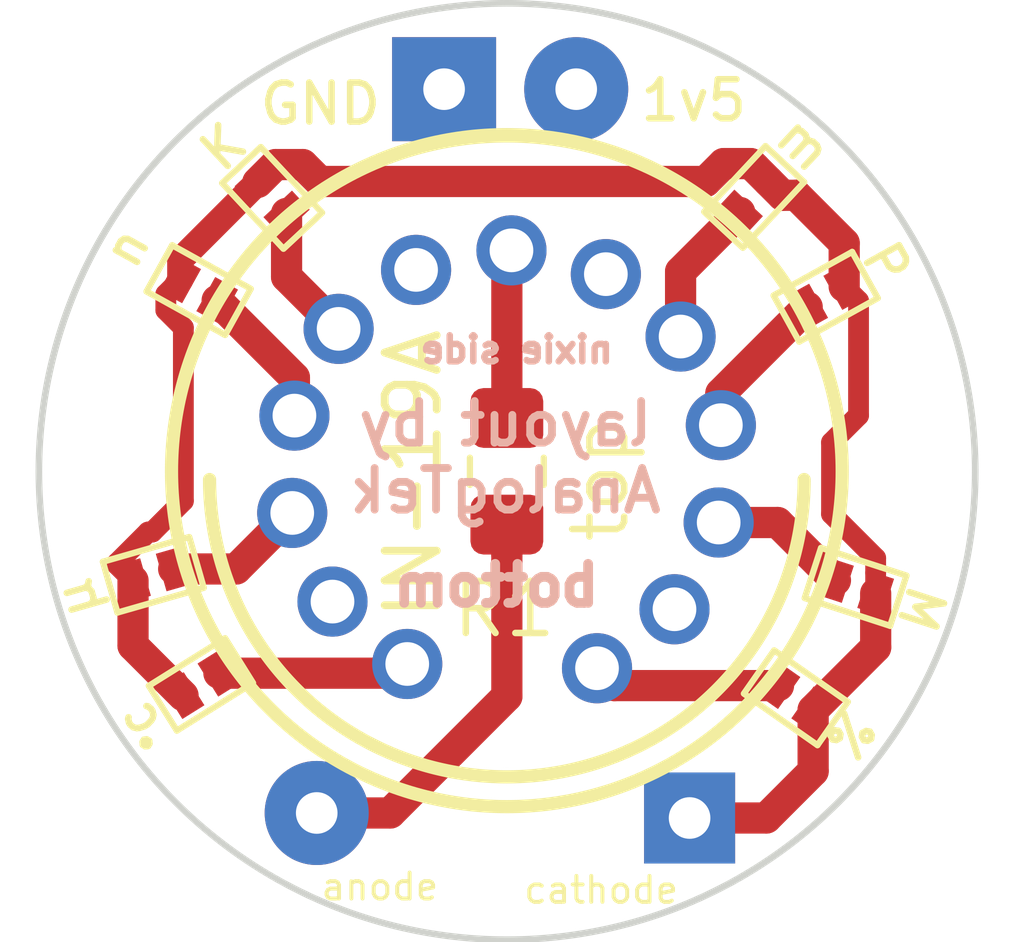
<source format=kicad_pcb>
(kicad_pcb (version 20171130) (host pcbnew "(5.1.5)-2")

  (general
    (thickness 1.6)
    (drawings 6)
    (tracks 60)
    (zones 0)
    (modules 16)
    (nets 14)
  )

  (page A4)
  (layers
    (0 F.Cu signal)
    (31 B.Cu signal hide)
    (32 B.Adhes user hide)
    (33 F.Adhes user)
    (34 B.Paste user hide)
    (35 F.Paste user)
    (36 B.SilkS user)
    (37 F.SilkS user)
    (38 B.Mask user)
    (39 F.Mask user)
    (40 Dwgs.User user hide)
    (41 Cmts.User user hide)
    (42 Eco1.User user hide)
    (43 Eco2.User user)
    (44 Edge.Cuts user)
    (45 Margin user)
    (46 B.CrtYd user)
    (47 F.CrtYd user)
    (48 B.Fab user)
    (49 F.Fab user hide)
  )

  (setup
    (last_trace_width 0.5)
    (user_trace_width 0.4)
    (user_trace_width 0.5)
    (user_trace_width 0.6)
    (trace_clearance 0.2)
    (zone_clearance 0.508)
    (zone_45_only no)
    (trace_min 0.2)
    (via_size 0.8)
    (via_drill 0.4)
    (via_min_size 0.4)
    (via_min_drill 0.3)
    (uvia_size 0.3)
    (uvia_drill 0.1)
    (uvias_allowed no)
    (uvia_min_size 0.2)
    (uvia_min_drill 0.1)
    (edge_width 0.05)
    (segment_width 0.2)
    (pcb_text_width 0.3)
    (pcb_text_size 1.5 1.5)
    (mod_edge_width 0.12)
    (mod_text_size 1 1)
    (mod_text_width 0.15)
    (pad_size 1.5 1.5)
    (pad_drill 1.5)
    (pad_to_mask_clearance 0.051)
    (solder_mask_min_width 0.25)
    (aux_axis_origin 0 0)
    (grid_origin 99.71786 112.34166)
    (visible_elements 7FFFFFFF)
    (pcbplotparams
      (layerselection 0x010fc_ffffffff)
      (usegerberextensions false)
      (usegerberattributes false)
      (usegerberadvancedattributes false)
      (creategerberjobfile false)
      (excludeedgelayer true)
      (linewidth 0.100000)
      (plotframeref false)
      (viasonmask false)
      (mode 1)
      (useauxorigin false)
      (hpglpennumber 1)
      (hpglpenspeed 20)
      (hpglpendiameter 15.000000)
      (psnegative false)
      (psa4output false)
      (plotreference true)
      (plotvalue true)
      (plotinvisibletext false)
      (padsonsilk false)
      (subtractmaskfromsilk false)
      (outputformat 1)
      (mirror false)
      (drillshape 1)
      (scaleselection 1)
      (outputdirectory ""))
  )

  (net 0 "")
  (net 1 "Net-(J1-Pad1)")
  (net 2 "Net-(N1-Pad8)")
  (net 3 "Net-(N1-Pad14)")
  (net 4 "Net-(N1-Pad12)")
  (net 5 "Net-(N1-Pad11)")
  (net 6 "Net-(N1-Pad10)")
  (net 7 "Net-(N1-Pad6)")
  (net 8 "Net-(N1-Pad5)")
  (net 9 "Net-(N1-Pad4)")
  (net 10 "Net-(N1-Pad2)")
  (net 11 "Net-(J2-Pad1)")
  (net 12 "Net-(J3-Pad1)")
  (net 13 "Net-(J4-Pad1)")

  (net_class Default "This is the default net class."
    (clearance 0.2)
    (trace_width 0.25)
    (via_dia 0.8)
    (via_drill 0.4)
    (uvia_dia 0.3)
    (uvia_drill 0.1)
    (add_net "Net-(J1-Pad1)")
    (add_net "Net-(J2-Pad1)")
    (add_net "Net-(J3-Pad1)")
    (add_net "Net-(J4-Pad1)")
    (add_net "Net-(N1-Pad10)")
    (add_net "Net-(N1-Pad11)")
    (add_net "Net-(N1-Pad12)")
    (add_net "Net-(N1-Pad14)")
    (add_net "Net-(N1-Pad2)")
    (add_net "Net-(N1-Pad4)")
    (add_net "Net-(N1-Pad5)")
    (add_net "Net-(N1-Pad6)")
    (add_net "Net-(N1-Pad8)")
  )

  (module MountingHole:MountingHole_2.1mm (layer F.Cu) (tedit 5FB0728C) (tstamp 5FB0D799)
    (at 75.3872 110.51286)
    (descr "Mounting Hole 2.1mm, no annular")
    (tags "mounting hole 2.1mm no annular")
    (attr virtual)
    (fp_text reference REF** (at 0.17526 -1.37414) (layer F.SilkS) hide
      (effects (font (size 0.25 0.25) (thickness 0.0625)))
    )
    (fp_text value MountingHole_2.1mm (at 0 3.2) (layer F.Fab)
      (effects (font (size 1 1) (thickness 0.15)))
    )
    (fp_text user %R (at 0.3 0) (layer F.Fab)
      (effects (font (size 1 1) (thickness 0.15)))
    )
    (fp_circle (center 0 0) (end 2.1 0) (layer Cmts.User) (width 0.15))
    (fp_circle (center 0 0) (end 2.35 0) (layer F.CrtYd) (width 0.05))
    (pad "" np_thru_hole circle (at 0 0) (size 1.5 1.5) (drill 1.5) (layers *.Cu *.Mask))
  )

  (module MountingHole:MountingHole_2.1mm (layer F.Cu) (tedit 5FB0728C) (tstamp 5FB0D902)
    (at 60.62726 110.53318)
    (descr "Mounting Hole 2.1mm, no annular")
    (tags "mounting hole 2.1mm no annular")
    (attr virtual)
    (fp_text reference REF** (at -0.01778 -1.2573) (layer F.SilkS) hide
      (effects (font (size 0.25 0.25) (thickness 0.0625)))
    )
    (fp_text value MountingHole_2.1mm (at 0 3.2) (layer F.Fab)
      (effects (font (size 1 1) (thickness 0.15)))
    )
    (fp_circle (center 0 0) (end 2.35 0) (layer F.CrtYd) (width 0.05))
    (fp_circle (center 0 0) (end 2.1 0) (layer Cmts.User) (width 0.15))
    (fp_text user %R (at 0.3 0) (layer F.Fab)
      (effects (font (size 1 1) (thickness 0.15)))
    )
    (pad "" np_thru_hole circle (at 0 0) (size 1.5 1.5) (drill 1.5) (layers *.Cu *.Mask))
  )

  (module "USB Micro numitronWatch:SolderJumper-2-NixieNecklace" (layer F.Cu) (tedit 5FB062B3) (tstamp 5FB08B44)
    (at 63.3095 105.11028 133)
    (descr "SMD Solder Jumper, 1x1.5mm Pads, 0.3mm gap, open")
    (tags "solder jumper open")
    (attr virtual)
    (fp_text reference K (at 1.121562 0.004416 223) (layer F.SilkS)
      (effects (font (size 0.7 0.7) (thickness 0.125)))
    )
    (fp_text value "SolderJumper-2 nixieNecklace" (at 0 1.9 133) (layer F.Fab)
      (effects (font (size 1 1) (thickness 0.15)))
    )
    (fp_line (start -1.2954 0.762) (end 0.8382 0.762) (layer F.CrtYd) (width 0.05))
    (fp_line (start 0.8382 -0.6858) (end 0.8382 0.762) (layer F.CrtYd) (width 0.05))
    (fp_line (start 0.635 0.5334) (end 0.635 -0.4826) (layer F.SilkS) (width 0.12))
    (fp_line (start 0.635 -0.4826) (end -1.0728 -0.4826) (layer F.SilkS) (width 0.12))
    (fp_line (start -1.0922 0.5334) (end -1.0922 -0.4826) (layer F.SilkS) (width 0.12))
    (fp_line (start 0.635 0.5334) (end -1.0668 0.5334) (layer F.SilkS) (width 0.12))
    (fp_line (start -1.2954 -0.6858) (end 0.8382 -0.6858) (layer F.CrtYd) (width 0.05))
    (fp_line (start -1.2954 -0.6858) (end -1.2954 0.762) (layer F.CrtYd) (width 0.05))
    (pad 2 smd rect (at 0.1778 0.0254 133) (size 0.5 0.75) (layers F.Cu F.Mask)
      (net 11 "Net-(J2-Pad1)"))
    (pad 1 smd rect (at -0.635 0.0254 133) (size 0.5 0.75) (layers F.Cu F.Mask)
      (net 6 "Net-(N1-Pad10)"))
  )

  (module "USB Micro numitronWatch:SolderJumper-2-NixieNecklace" (layer F.Cu) (tedit 5FB062B3) (tstamp 5FB0D4CC)
    (at 61.93536 114.75466 212)
    (descr "SMD Solder Jumper, 1x1.5mm Pads, 0.3mm gap, open")
    (tags "solder jumper open")
    (attr virtual)
    (fp_text reference °C (at 1.058639 -0.117219 122 unlocked) (layer F.SilkS)
      (effects (font (size 0.5 0.5) (thickness 0.125)))
    )
    (fp_text value "SolderJumper-2 nixieNecklace" (at 0.000001 1.9 32) (layer F.Fab)
      (effects (font (size 1 1) (thickness 0.15)))
    )
    (fp_line (start -1.2954 0.762) (end 0.8382 0.762) (layer F.CrtYd) (width 0.05))
    (fp_line (start 0.8382 -0.6858) (end 0.8382 0.762) (layer F.CrtYd) (width 0.05))
    (fp_line (start 0.635 0.5334) (end 0.635 -0.4826) (layer F.SilkS) (width 0.12))
    (fp_line (start 0.635 -0.4826) (end -1.0728 -0.4826) (layer F.SilkS) (width 0.12))
    (fp_line (start -1.0922 0.5334) (end -1.0922 -0.4826) (layer F.SilkS) (width 0.12))
    (fp_line (start 0.635 0.5334) (end -1.0668 0.5334) (layer F.SilkS) (width 0.12))
    (fp_line (start -1.2954 -0.6858) (end 0.8382 -0.6858) (layer F.CrtYd) (width 0.05))
    (fp_line (start -1.2954 -0.6858) (end -1.2954 0.762) (layer F.CrtYd) (width 0.05))
    (pad 2 smd rect (at 0.1778 0.0254 212) (size 0.5 0.75) (layers F.Cu F.Mask)
      (net 11 "Net-(J2-Pad1)"))
    (pad 1 smd rect (at -0.635 0.0254 212) (size 0.5 0.75) (layers F.Cu F.Mask)
      (net 3 "Net-(N1-Pad14)"))
  )

  (module "USB Micro numitronWatch:SolderJumper-2-NixieNecklace" (layer F.Cu) (tedit 5FB062B3) (tstamp 5FB09054)
    (at 60.987495 112.592348 196)
    (descr "SMD Solder Jumper, 1x1.5mm Pads, 0.3mm gap, open")
    (tags "solder jumper open")
    (attr virtual)
    (fp_text reference μ (at 1.317332 0.015844 106 unlocked) (layer F.SilkS)
      (effects (font (size 0.7 0.7) (thickness 0.125)))
    )
    (fp_text value "SolderJumper-2 nixieNecklace" (at 0 1.9 16) (layer F.Fab)
      (effects (font (size 1 1) (thickness 0.15)))
    )
    (fp_line (start -1.2954 0.762) (end 0.8382 0.762) (layer F.CrtYd) (width 0.05))
    (fp_line (start 0.8382 -0.6858) (end 0.8382 0.762) (layer F.CrtYd) (width 0.05))
    (fp_line (start 0.635 0.5334) (end 0.635 -0.4826) (layer F.SilkS) (width 0.12))
    (fp_line (start 0.635 -0.4826) (end -1.0728 -0.4826) (layer F.SilkS) (width 0.12))
    (fp_line (start -1.0922 0.5334) (end -1.0922 -0.4826) (layer F.SilkS) (width 0.12))
    (fp_line (start 0.635 0.5334) (end -1.0668 0.5334) (layer F.SilkS) (width 0.12))
    (fp_line (start -1.2954 -0.6858) (end 0.8382 -0.6858) (layer F.CrtYd) (width 0.05))
    (fp_line (start -1.2954 -0.6858) (end -1.2954 0.762) (layer F.CrtYd) (width 0.05))
    (pad 2 smd rect (at 0.1778 0.0254 196) (size 0.5 0.75) (layers F.Cu F.Mask)
      (net 11 "Net-(J2-Pad1)"))
    (pad 1 smd rect (at -0.635 0.0254 196) (size 0.5 0.75) (layers F.Cu F.Mask)
      (net 4 "Net-(N1-Pad12)"))
  )

  (module "USB Micro numitronWatch:SolderJumper-2-NixieNecklace" (layer F.Cu) (tedit 5FB062B3) (tstamp 5FB0903A)
    (at 61.85916 106.94416 151)
    (descr "SMD Solder Jumper, 1x1.5mm Pads, 0.3mm gap, open")
    (tags "solder jumper open")
    (attr virtual)
    (fp_text reference n (at 1.386912 0.076321 61) (layer F.SilkS)
      (effects (font (size 0.7 0.7) (thickness 0.125)))
    )
    (fp_text value "SolderJumper-2 nixieNecklace" (at 0 1.9 151) (layer F.Fab)
      (effects (font (size 1 1) (thickness 0.15)))
    )
    (fp_line (start -1.2954 0.762) (end 0.8382 0.762) (layer F.CrtYd) (width 0.05))
    (fp_line (start 0.8382 -0.6858) (end 0.8382 0.762) (layer F.CrtYd) (width 0.05))
    (fp_line (start 0.635 0.5334) (end 0.635 -0.4826) (layer F.SilkS) (width 0.12))
    (fp_line (start 0.635 -0.4826) (end -1.0728 -0.4826) (layer F.SilkS) (width 0.12))
    (fp_line (start -1.0922 0.5334) (end -1.0922 -0.4826) (layer F.SilkS) (width 0.12))
    (fp_line (start 0.635 0.5334) (end -1.0668 0.5334) (layer F.SilkS) (width 0.12))
    (fp_line (start -1.2954 -0.6858) (end 0.8382 -0.6858) (layer F.CrtYd) (width 0.05))
    (fp_line (start -1.2954 -0.6858) (end -1.2954 0.762) (layer F.CrtYd) (width 0.05))
    (pad 2 smd rect (at 0.1778 0.0254 151) (size 0.5 0.75) (layers F.Cu F.Mask)
      (net 11 "Net-(J2-Pad1)"))
    (pad 1 smd rect (at -0.635 0.0254 151) (size 0.5 0.75) (layers F.Cu F.Mask)
      (net 5 "Net-(N1-Pad11)"))
  )

  (module "USB Micro numitronWatch:SolderJumper-2-NixieNecklace" (layer F.Cu) (tedit 5FB062B3) (tstamp 5FB08DD4)
    (at 72.88784 105.05694 47)
    (descr "SMD Solder Jumper, 1x1.5mm Pads, 0.3mm gap, open")
    (tags "solder jumper open")
    (attr virtual)
    (fp_text reference m (at 1.169997 0.030015 317) (layer F.SilkS)
      (effects (font (size 0.7 0.7) (thickness 0.125)))
    )
    (fp_text value "SolderJumper-2 nixieNecklace" (at 0 1.9 47) (layer F.Fab)
      (effects (font (size 1 1) (thickness 0.15)))
    )
    (fp_line (start -1.2954 0.762) (end 0.8382 0.762) (layer F.CrtYd) (width 0.05))
    (fp_line (start 0.8382 -0.6858) (end 0.8382 0.762) (layer F.CrtYd) (width 0.05))
    (fp_line (start 0.635 0.5334) (end 0.635 -0.4826) (layer F.SilkS) (width 0.12))
    (fp_line (start 0.635 -0.4826) (end -1.0728 -0.4826) (layer F.SilkS) (width 0.12))
    (fp_line (start -1.0922 0.5334) (end -1.0922 -0.4826) (layer F.SilkS) (width 0.12))
    (fp_line (start 0.635 0.5334) (end -1.0668 0.5334) (layer F.SilkS) (width 0.12))
    (fp_line (start -1.2954 -0.6858) (end 0.8382 -0.6858) (layer F.CrtYd) (width 0.05))
    (fp_line (start -1.2954 -0.6858) (end -1.2954 0.762) (layer F.CrtYd) (width 0.05))
    (pad 2 smd rect (at 0.1778 0.0254 47) (size 0.5 0.75) (layers F.Cu F.Mask)
      (net 11 "Net-(J2-Pad1)"))
    (pad 1 smd rect (at -0.635 0.0254 47) (size 0.5 0.75) (layers F.Cu F.Mask)
      (net 7 "Net-(N1-Pad6)"))
  )

  (module "USB Micro numitronWatch:SolderJumper-2-NixieNecklace" (layer F.Cu) (tedit 5FB062B3) (tstamp 5FB08D05)
    (at 74.31278 107.02798 29)
    (descr "SMD Solder Jumper, 1x1.5mm Pads, 0.3mm gap, open")
    (tags "solder jumper open")
    (attr virtual)
    (fp_text reference P (at 1.10236 0.0254 299) (layer F.SilkS)
      (effects (font (size 0.7 0.7) (thickness 0.125)))
    )
    (fp_text value "SolderJumper-2 nixieNecklace" (at 0 1.9 29) (layer F.Fab)
      (effects (font (size 1 1) (thickness 0.15)))
    )
    (fp_line (start -1.2954 0.762) (end 0.8382 0.762) (layer F.CrtYd) (width 0.05))
    (fp_line (start 0.8382 -0.6858) (end 0.8382 0.762) (layer F.CrtYd) (width 0.05))
    (fp_line (start 0.635 0.5334) (end 0.635 -0.4826) (layer F.SilkS) (width 0.12))
    (fp_line (start 0.635 -0.4826) (end -1.0728 -0.4826) (layer F.SilkS) (width 0.12))
    (fp_line (start -1.0922 0.5334) (end -1.0922 -0.4826) (layer F.SilkS) (width 0.12))
    (fp_line (start 0.635 0.5334) (end -1.0668 0.5334) (layer F.SilkS) (width 0.12))
    (fp_line (start -1.2954 -0.6858) (end 0.8382 -0.6858) (layer F.CrtYd) (width 0.05))
    (fp_line (start -1.2954 -0.6858) (end -1.2954 0.762) (layer F.CrtYd) (width 0.05))
    (pad 2 smd rect (at 0.1778 0.0254 29) (size 0.5 0.75) (layers F.Cu F.Mask)
      (net 11 "Net-(J2-Pad1)"))
    (pad 1 smd rect (at -0.635 0.0254 29) (size 0.5 0.75) (layers F.Cu F.Mask)
      (net 8 "Net-(N1-Pad5)"))
  )

  (module "USB Micro numitronWatch:SolderJumper-2-NixieNecklace" (layer F.Cu) (tedit 5FB062B3) (tstamp 5FB089CA)
    (at 74.92455 112.782969 342)
    (descr "SMD Solder Jumper, 1x1.5mm Pads, 0.3mm gap, open")
    (tags "solder jumper open")
    (attr virtual)
    (fp_text reference M (at 1.102455 0.035742 252 unlocked) (layer F.SilkS)
      (effects (font (size 0.7 0.7) (thickness 0.125)))
    )
    (fp_text value "SolderJumper-2 nixieNecklace" (at 0 1.9 162) (layer F.Fab)
      (effects (font (size 1 1) (thickness 0.15)))
    )
    (fp_line (start -1.2954 0.762) (end 0.8382 0.762) (layer F.CrtYd) (width 0.05))
    (fp_line (start 0.8382 -0.6858) (end 0.8382 0.762) (layer F.CrtYd) (width 0.05))
    (fp_line (start 0.635 0.5334) (end 0.635 -0.4826) (layer F.SilkS) (width 0.12))
    (fp_line (start 0.635 -0.4826) (end -1.0728 -0.4826) (layer F.SilkS) (width 0.12))
    (fp_line (start -1.0922 0.5334) (end -1.0922 -0.4826) (layer F.SilkS) (width 0.12))
    (fp_line (start 0.635 0.5334) (end -1.0668 0.5334) (layer F.SilkS) (width 0.12))
    (fp_line (start -1.2954 -0.6858) (end 0.8382 -0.6858) (layer F.CrtYd) (width 0.05))
    (fp_line (start -1.2954 -0.6858) (end -1.2954 0.762) (layer F.CrtYd) (width 0.05))
    (pad 2 smd rect (at 0.1778 0.0254 342) (size 0.5 0.75) (layers F.Cu F.Mask)
      (net 11 "Net-(J2-Pad1)"))
    (pad 1 smd rect (at -0.635 0.0254 342) (size 0.5 0.75) (layers F.Cu F.Mask)
      (net 9 "Net-(N1-Pad4)"))
  )

  (module "USB Micro numitronWatch:SolderJumper-2-NixieNecklace" (layer F.Cu) (tedit 5FB062B3) (tstamp 5FB08792)
    (at 73.75277 114.978695 325)
    (descr "SMD Solder Jumper, 1x1.5mm Pads, 0.3mm gap, open")
    (tags "solder jumper open")
    (attr virtual)
    (fp_text reference % (at 1.092447 0.010252 235) (layer F.SilkS)
      (effects (font (size 0.7 0.7) (thickness 0.125)))
    )
    (fp_text value "SolderJumper-2 nixieNecklace" (at 0 1.9 145) (layer F.Fab)
      (effects (font (size 1 1) (thickness 0.15)))
    )
    (fp_line (start -1.2954 0.762) (end 0.8382 0.762) (layer F.CrtYd) (width 0.05))
    (fp_line (start 0.8382 -0.6858) (end 0.8382 0.762) (layer F.CrtYd) (width 0.05))
    (fp_line (start 0.635 0.5334) (end 0.635 -0.4826) (layer F.SilkS) (width 0.12))
    (fp_line (start 0.635 -0.4826) (end -1.0728 -0.4826) (layer F.SilkS) (width 0.12))
    (fp_line (start -1.0922 0.5334) (end -1.0922 -0.4826) (layer F.SilkS) (width 0.12))
    (fp_line (start 0.635 0.5334) (end -1.0668 0.5334) (layer F.SilkS) (width 0.12))
    (fp_line (start -1.2954 -0.6858) (end 0.8382 -0.6858) (layer F.CrtYd) (width 0.05))
    (fp_line (start -1.2954 -0.6858) (end -1.2954 0.762) (layer F.CrtYd) (width 0.05))
    (pad 2 smd rect (at 0.1778 0.0254 325) (size 0.5 0.75) (layers F.Cu F.Mask)
      (net 11 "Net-(J2-Pad1)"))
    (pad 1 smd rect (at -0.635 0.0254 325) (size 0.5 0.75) (layers F.Cu F.Mask)
      (net 10 "Net-(N1-Pad2)"))
  )

  (module Connector_Wire:SolderWirePad_1x01_Drill0.8mm (layer F.Cu) (tedit 5FB02632) (tstamp 5FAFBE4C)
    (at 71.50862 117.18036)
    (descr "Wire solder connection")
    (tags connector)
    (path /5FAF8C0E)
    (attr virtual)
    (fp_text reference cathode (at -1.69926 1.3843 180) (layer F.SilkS)
      (effects (font (size 0.5 0.5) (thickness 0.075)))
    )
    (fp_text value cathode (at 0 2.54) (layer F.Fab)
      (effects (font (size 1 1) (thickness 0.15)))
    )
    (fp_line (start 1.5 1.5) (end -1.5 1.5) (layer F.CrtYd) (width 0.05))
    (fp_line (start 1.5 1.5) (end 1.5 -1.5) (layer F.CrtYd) (width 0.05))
    (fp_line (start -1.5 -1.5) (end -1.5 1.5) (layer F.CrtYd) (width 0.05))
    (fp_line (start -1.5 -1.5) (end 1.5 -1.5) (layer F.CrtYd) (width 0.05))
    (fp_text user %R (at 0 0) (layer F.Fab)
      (effects (font (size 1 1) (thickness 0.15)))
    )
    (pad 1 thru_hole rect (at 0 0) (size 1.75 1.75) (drill 0.8001) (layers *.Cu *.Mask)
      (net 11 "Net-(J2-Pad1)"))
  )

  (module Connector_Wire:SolderWirePad_1x01_Drill0.8mm (layer F.Cu) (tedit 5FB01FF2) (tstamp 5FAFB9B4)
    (at 66.7893 103.16972)
    (descr "Wire solder connection")
    (tags connector)
    (path /5FAF8467)
    (attr virtual)
    (fp_text reference GND (at -2.37744 0.28194 180) (layer F.SilkS)
      (effects (font (size 0.75 0.75) (thickness 0.125)))
    )
    (fp_text value GND (at 0 2.54) (layer F.Fab)
      (effects (font (size 1 1) (thickness 0.15)))
    )
    (fp_line (start 1.5 1.5) (end -1.5 1.5) (layer F.CrtYd) (width 0.05))
    (fp_line (start 1.5 1.5) (end 1.5 -1.5) (layer F.CrtYd) (width 0.05))
    (fp_line (start -1.5 -1.5) (end -1.5 1.5) (layer F.CrtYd) (width 0.05))
    (fp_line (start -1.5 -1.5) (end 1.5 -1.5) (layer F.CrtYd) (width 0.05))
    (fp_text user %R (at 0 0) (layer F.Fab)
      (effects (font (size 1 1) (thickness 0.15)))
    )
    (pad 1 thru_hole rect (at 0 0) (size 1.99898 1.99898) (drill 0.8001) (layers *.Cu *.Mask)
      (net 13 "Net-(J4-Pad1)"))
  )

  (module Connector_Wire:SolderWirePad_1x01_Drill0.8mm (layer F.Cu) (tedit 5FB01FF7) (tstamp 5FAFB9AA)
    (at 69.3293 103.16972)
    (descr "Wire solder connection")
    (tags connector)
    (path /5FAF86E0)
    (attr virtual)
    (fp_text reference 1v5 (at 2.25806 0.21844 180) (layer F.SilkS)
      (effects (font (size 0.75 0.75) (thickness 0.125)))
    )
    (fp_text value 1v5 (at 0 2.54) (layer F.Fab)
      (effects (font (size 1 1) (thickness 0.15)))
    )
    (fp_line (start 1.5 1.5) (end -1.5 1.5) (layer F.CrtYd) (width 0.05))
    (fp_line (start 1.5 1.5) (end 1.5 -1.5) (layer F.CrtYd) (width 0.05))
    (fp_line (start -1.5 -1.5) (end -1.5 1.5) (layer F.CrtYd) (width 0.05))
    (fp_line (start -1.5 -1.5) (end 1.5 -1.5) (layer F.CrtYd) (width 0.05))
    (fp_text user %R (at 0 0) (layer F.Fab)
      (effects (font (size 1 1) (thickness 0.15)))
    )
    (pad 1 thru_hole circle (at 0 0) (size 1.99898 1.99898) (drill 0.8001) (layers *.Cu *.Mask)
      (net 12 "Net-(J3-Pad1)"))
  )

  (module nixies-us:IN-19 (layer F.Cu) (tedit 0) (tstamp 5FB03E23)
    (at 67.9958 110.5154)
    (path /5FAF5585)
    (fp_text reference N1 (at 2.0828 0.4826 90) (layer F.SilkS) hide
      (effects (font (size 0.5 0.5) (thickness 0.1016)) (justify left bottom))
    )
    (fp_text value IN-19A (at -1.8034 0.0508 90) (layer F.SilkS)
      (effects (font (size 1 1) (thickness 0.15)))
    )
    (fp_circle (center 0 0) (end 6.4465 0) (layer F.SilkS) (width 0.254))
    (fp_circle (center -0.0058 -0.0428) (end 6.4699 -0.0428) (layer F.SilkS) (width 0.16))
    (fp_arc (start 0 0.158799) (end -5.715 0.1588) (angle -180) (layer F.SilkS) (width 0.254))
    (fp_arc (start 0 0.158799) (end -5.715 0.1588) (angle -180) (layer F.SilkS) (width 0.16))
    (pad 14 thru_hole circle (at -1.915 3.7041 333) (size 1.348 1.348) (drill 0.84) (layers *.Cu *.Mask)
      (net 3 "Net-(N1-Pad14)") (solder_mask_margin 0.1016))
    (pad 13 thru_hole circle (at -3.3517 2.5047 333) (size 1.348 1.348) (drill 0.84) (layers *.Cu *.Mask)
      (solder_mask_margin 0.1016))
    (pad 12 thru_hole circle (at -4.1256 0.8007 333) (size 1.348 1.348) (drill 0.84) (layers *.Cu *.Mask)
      (net 4 "Net-(N1-Pad12)") (solder_mask_margin 0.1016))
    (pad 11 thru_hole circle (at -4.0837 -1.0703 333) (size 1.348 1.348) (drill 0.84) (layers *.Cu *.Mask)
      (net 5 "Net-(N1-Pad11)") (solder_mask_margin 0.1016))
    (pad 10 thru_hole circle (at -3.234 -2.7379 333) (size 1.348 1.348) (drill 0.84) (layers *.Cu *.Mask)
      (net 6 "Net-(N1-Pad10)") (solder_mask_margin 0.1016))
    (pad 9 thru_hole circle (at -1.745 -3.8716 333) (size 1.348 1.348) (drill 0.84) (layers *.Cu *.Mask)
      (solder_mask_margin 0.1016))
    (pad 8 thru_hole circle (at 0.0886 -4.2471 333) (size 1.348 1.348) (drill 0.84) (layers *.Cu *.Mask)
      (net 2 "Net-(N1-Pad8)") (solder_mask_margin 0.1016))
    (pad 7 thru_hole circle (at 1.9034 -3.7897 333) (size 1.348 1.348) (drill 0.84) (layers *.Cu *.Mask)
      (solder_mask_margin 0.1016))
    (pad 6 thru_hole circle (at 3.34 -2.5904 333) (size 1.348 1.348) (drill 0.84) (layers *.Cu *.Mask)
      (net 7 "Net-(N1-Pad6)") (solder_mask_margin 0.1016))
    (pad 5 thru_hole circle (at 4.114 -0.8863 333) (size 1.348 1.348) (drill 0.84) (layers *.Cu *.Mask)
      (net 8 "Net-(N1-Pad5)") (solder_mask_margin 0.1016))
    (pad 4 thru_hole circle (at 4.0721 0.9847 333) (size 1.348 1.348) (drill 0.84) (layers *.Cu *.Mask)
      (net 9 "Net-(N1-Pad4)") (solder_mask_margin 0.1016))
    (pad 3 thru_hole circle (at 3.2224 2.6523 333) (size 1.348 1.348) (drill 0.84) (layers *.Cu *.Mask)
      (solder_mask_margin 0.1016))
    (pad 2 thru_hole circle (at 1.7333 3.786 333) (size 1.348 1.348) (drill 0.84) (layers *.Cu *.Mask)
      (net 10 "Net-(N1-Pad2)") (solder_mask_margin 0.1016))
  )

  (module Resistor_SMD:R_0805_2012Metric_Pad1.15x1.40mm_HandSolder (layer F.Cu) (tedit 5B36C52B) (tstamp 5FAFB4E3)
    (at 67.9958 110.5154 90)
    (descr "Resistor SMD 0805 (2012 Metric), square (rectangular) end terminal, IPC_7351 nominal with elongated pad for handsoldering. (Body size source: https://docs.google.com/spreadsheets/d/1BsfQQcO9C6DZCsRaXUlFlo91Tg2WpOkGARC1WS5S8t0/edit?usp=sharing), generated with kicad-footprint-generator")
    (tags "resistor handsolder")
    (path /5FAF5A89)
    (attr smd)
    (fp_text reference R1 (at -2.65176 -0.0508) (layer F.SilkS)
      (effects (font (size 1 1) (thickness 0.125)))
    )
    (fp_text value R (at 0 1.65 90) (layer F.Fab)
      (effects (font (size 1 1) (thickness 0.15)))
    )
    (fp_text user %R (at 0 0 90) (layer F.Fab)
      (effects (font (size 0.5 0.5) (thickness 0.08)))
    )
    (fp_line (start 1.85 0.95) (end -1.85 0.95) (layer F.CrtYd) (width 0.05))
    (fp_line (start 1.85 -0.95) (end 1.85 0.95) (layer F.CrtYd) (width 0.05))
    (fp_line (start -1.85 -0.95) (end 1.85 -0.95) (layer F.CrtYd) (width 0.05))
    (fp_line (start -1.85 0.95) (end -1.85 -0.95) (layer F.CrtYd) (width 0.05))
    (fp_line (start -0.261252 0.71) (end 0.261252 0.71) (layer F.SilkS) (width 0.12))
    (fp_line (start -0.261252 -0.71) (end 0.261252 -0.71) (layer F.SilkS) (width 0.12))
    (fp_line (start 1 0.6) (end -1 0.6) (layer F.Fab) (width 0.1))
    (fp_line (start 1 -0.6) (end 1 0.6) (layer F.Fab) (width 0.1))
    (fp_line (start -1 -0.6) (end 1 -0.6) (layer F.Fab) (width 0.1))
    (fp_line (start -1 0.6) (end -1 -0.6) (layer F.Fab) (width 0.1))
    (pad 2 smd roundrect (at 1.025 0 90) (size 1.15 1.4) (layers F.Cu F.Paste F.Mask) (roundrect_rratio 0.217391)
      (net 2 "Net-(N1-Pad8)"))
    (pad 1 smd roundrect (at -1.025 0 90) (size 1.15 1.4) (layers F.Cu F.Paste F.Mask) (roundrect_rratio 0.217391)
      (net 1 "Net-(J1-Pad1)"))
    (model ${KISYS3DMOD}/Resistor_SMD.3dshapes/R_0805_2012Metric.wrl
      (at (xyz 0 0 0))
      (scale (xyz 1 1 1))
      (rotate (xyz 0 0 0))
    )
  )

  (module Connector_Wire:SolderWirePad_1x01_Drill0.8mm (layer F.Cu) (tedit 5FB025FF) (tstamp 5FB09EF3)
    (at 64.34074 117.08384)
    (descr "Wire solder connection")
    (tags connector)
    (path /5FAF631B)
    (attr virtual)
    (fp_text reference anode (at 1.21412 1.41732 180) (layer F.SilkS)
      (effects (font (size 0.5 0.5) (thickness 0.075)))
    )
    (fp_text value anode (at 0 2.54) (layer F.Fab)
      (effects (font (size 1 1) (thickness 0.15)))
    )
    (fp_line (start 1.5 1.5) (end -1.5 1.5) (layer F.CrtYd) (width 0.05))
    (fp_line (start 1.5 1.5) (end 1.5 -1.5) (layer F.CrtYd) (width 0.05))
    (fp_line (start -1.5 -1.5) (end -1.5 1.5) (layer F.CrtYd) (width 0.05))
    (fp_line (start -1.5 -1.5) (end 1.5 -1.5) (layer F.CrtYd) (width 0.05))
    (fp_text user %R (at 0 0) (layer F.Fab)
      (effects (font (size 1 1) (thickness 0.15)))
    )
    (pad 1 thru_hole circle (at 0 0) (size 2 2) (drill 0.8001) (layers *.Cu *.Mask)
      (net 1 "Net-(J1-Pad1)"))
  )

  (gr_text "nixie side" (at 68.18376 108.17606) (layer B.SilkS)
    (effects (font (size 0.5 0.5) (thickness 0.125)) (justify mirror))
  )
  (gr_text bottom (at 67.79006 112.70742) (layer B.SilkS)
    (effects (font (size 0.75 0.75) (thickness 0.1875)) (justify mirror))
  )
  (gr_text top (at 69.79412 110.67288 90) (layer F.SilkS)
    (effects (font (size 1 1) (thickness 0.125)))
  )
  (gr_text "layout by\nAnalogTek" (at 67.96786 110.24616) (layer B.SilkS)
    (effects (font (size 0.8 0.8) (thickness 0.15)) (justify mirror))
  )
  (gr_circle (center 68.00342 110.52302) (end 77.00342 110.52302) (layer Edge.Cuts) (width 0.12) (tstamp 5FB086A0))
  (gr_circle (center 67.9958 110.5154) (end 76.9958 110.5154) (layer Edge.Cuts) (width 0.12) (tstamp 5FAFBDCF))

  (segment (start 67.9958 112.1154) (end 67.9958 111.5404) (width 0.6) (layer F.Cu) (net 1))
  (segment (start 65.754953 117.08384) (end 67.9958 114.842993) (width 0.6) (layer F.Cu) (net 1))
  (segment (start 67.9958 114.842993) (end 67.9958 112.1154) (width 0.6) (layer F.Cu) (net 1))
  (segment (start 64.34074 117.08384) (end 65.754953 117.08384) (width 0.6) (layer F.Cu) (net 1))
  (segment (start 67.9958 106.3569) (end 68.0844 106.2683) (width 0.6) (layer F.Cu) (net 2))
  (segment (start 67.9958 109.4904) (end 67.9958 106.3569) (width 0.6) (layer F.Cu) (net 2))
  (segment (start 65.903679 114.396621) (end 66.0808 114.2195) (width 0.6) (layer F.Cu) (net 3))
  (segment (start 62.460411 114.396621) (end 65.903679 114.396621) (width 0.6) (layer F.Cu) (net 3))
  (segment (start 62.793398 112.392902) (end 63.8702 111.3161) (width 0.6) (layer F.Cu) (net 4))
  (segment (start 61.590895 112.392902) (end 62.793398 112.392902) (width 0.6) (layer F.Cu) (net 4))
  (segment (start 62.426858 107.229799) (end 63.9121 108.715041) (width 0.6) (layer F.Cu) (net 5))
  (segment (start 63.9121 108.715041) (end 63.9121 109.4451) (width 0.6) (layer F.Cu) (net 5))
  (segment (start 63.761145 106.776845) (end 64.7618 107.7775) (width 0.6) (layer F.Cu) (net 6))
  (segment (start 63.761145 105.557367) (end 63.761145 106.776845) (width 0.6) (layer F.Cu) (net 6))
  (segment (start 71.3358 106.676219) (end 72.473347 105.538672) (width 0.6) (layer F.Cu) (net 7))
  (segment (start 71.3358 107.925) (end 71.3358 106.676219) (width 0.6) (layer F.Cu) (net 7))
  (segment (start 72.1098 109.01796) (end 73.769711 107.358049) (width 0.6) (layer F.Cu) (net 8))
  (segment (start 72.1098 109.6291) (end 72.1098 109.01796) (width 0.6) (layer F.Cu) (net 8))
  (segment (start 73.20198 111.5001) (end 74.31278 112.6109) (width 0.6) (layer F.Cu) (net 9))
  (segment (start 72.0679 111.5001) (end 73.20198 111.5001) (width 0.6) (layer F.Cu) (net 9))
  (segment (start 70.06298 114.63528) (end 73.21804 114.63528) (width 0.6) (layer F.Cu) (net 10))
  (segment (start 69.7291 114.3014) (end 70.06298 114.63528) (width 0.6) (layer F.Cu) (net 10))
  (segment (start 60.809581 113.865803) (end 61.771117 114.827339) (width 0.6) (layer F.Cu) (net 11))
  (segment (start 60.809581 112.61694) (end 60.809581 113.865803) (width 0.6) (layer F.Cu) (net 11))
  (segment (start 73.293002 105.209554) (end 73.561154 105.209554) (width 0.6) (layer F.Cu) (net 11))
  (segment (start 73.027676 104.944228) (end 73.293002 105.209554) (width 0.6) (layer F.Cu) (net 11))
  (segment (start 74.480602 106.129002) (end 74.480602 106.963996) (width 0.6) (layer F.Cu) (net 11))
  (segment (start 73.561154 105.209554) (end 74.480602 106.129002) (width 0.6) (layer F.Cu) (net 11))
  (segment (start 73.883846 115.537344) (end 73.883846 115.101483) (width 0.6) (layer F.Cu) (net 11))
  (segment (start 73.883846 116.280134) (end 73.883846 115.537344) (width 0.6) (layer F.Cu) (net 11))
  (segment (start 72.98362 117.18036) (end 73.883846 116.280134) (width 0.6) (layer F.Cu) (net 11))
  (segment (start 71.50862 117.18036) (end 72.98362 117.18036) (width 0.6) (layer F.Cu) (net 11))
  (segment (start 75.085799 113.89953) (end 75.085799 112.862069) (width 0.6) (layer F.Cu) (net 11))
  (segment (start 73.883846 115.101483) (end 75.085799 113.89953) (width 0.6) (layer F.Cu) (net 11))
  (segment (start 72.76235 104.678902) (end 73.027676 104.944228) (width 0.6) (layer F.Cu) (net 11))
  (segment (start 72.683522 104.600074) (end 72.76235 104.678902) (width 0.6) (layer F.Cu) (net 11))
  (segment (start 64.397475 104.944228) (end 71.818322 104.944228) (width 0.6) (layer F.Cu) (net 11))
  (segment (start 72.162476 104.600074) (end 72.683522 104.600074) (width 0.6) (layer F.Cu) (net 11))
  (segment (start 71.818322 104.944228) (end 72.162476 104.600074) (width 0.6) (layer F.Cu) (net 11))
  (segment (start 64.072016 104.618769) (end 64.397475 104.944228) (width 0.6) (layer F.Cu) (net 11))
  (segment (start 63.550971 104.618769) (end 64.072016 104.618769) (width 0.6) (layer F.Cu) (net 11))
  (segment (start 63.206817 104.962923) (end 63.550971 104.618769) (width 0.6) (layer F.Cu) (net 11))
  (segment (start 61.440116 107.415997) (end 61.440116 107.111597) (width 0.4) (layer F.Cu) (net 11))
  (segment (start 61.777261 107.753142) (end 61.440116 107.415997) (width 0.4) (layer F.Cu) (net 11))
  (segment (start 61.777261 111.085181) (end 61.777261 107.753142) (width 0.4) (layer F.Cu) (net 11))
  (segment (start 61.179261 111.683181) (end 61.777261 111.085181) (width 0.4) (layer F.Cu) (net 11))
  (segment (start 61.440116 107.111597) (end 61.715967 106.835746) (width 0.4) (layer F.Cu) (net 11))
  (segment (start 60.506404 112.276448) (end 61.099671 111.683181) (width 0.4) (layer F.Cu) (net 11))
  (segment (start 60.809581 112.61694) (end 60.506404 112.313763) (width 0.4) (layer F.Cu) (net 11))
  (segment (start 61.099671 111.683181) (end 61.179261 111.683181) (width 0.4) (layer F.Cu) (net 11))
  (segment (start 60.506404 112.313763) (end 60.506404 112.276448) (width 0.4) (layer F.Cu) (net 11))
  (segment (start 75.085799 112.467771) (end 75.085799 112.862069) (width 0.4) (layer F.Cu) (net 11))
  (segment (start 75.085799 112.185181) (end 75.085799 112.467771) (width 0.4) (layer F.Cu) (net 11))
  (segment (start 74.237199 111.336581) (end 75.085799 112.185181) (width 0.4) (layer F.Cu) (net 11))
  (segment (start 74.756453 109.441605) (end 74.237199 109.960859) (width 0.4) (layer F.Cu) (net 11))
  (segment (start 74.756453 107.239847) (end 74.756453 109.441605) (width 0.4) (layer F.Cu) (net 11))
  (segment (start 74.237199 109.960859) (end 74.237199 111.336581) (width 0.4) (layer F.Cu) (net 11))
  (segment (start 74.480602 106.963996) (end 74.756453 107.239847) (width 0.4) (layer F.Cu) (net 11))
  (segment (start 61.715967 106.453773) (end 63.206817 104.962923) (width 0.5) (layer F.Cu) (net 11))
  (segment (start 61.715967 106.835746) (end 61.715967 106.453773) (width 0.5) (layer F.Cu) (net 11))

)

</source>
